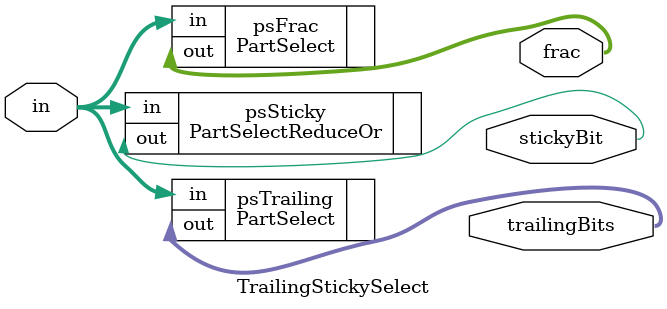
<source format=sv>


module TrailingStickySelect #(parameter IN_WIDTH=8,
                              parameter FRAC=8,
                              parameter TRAILING_BITS=2)
  (input [IN_WIDTH-1:0] in,
   output logic [FRAC-1:0] frac,
   output logic [TRAILING_BITS-1:0] trailingBits,
   output logic stickyBit);

  PartSelect #(.IN_WIDTH(IN_WIDTH),
               .START_IDX(IN_WIDTH-1),
               .OUT_WIDTH(FRAC))
  psFrac(.in(in),
         .out(frac));

  PartSelect #(.IN_WIDTH(IN_WIDTH),
               .START_IDX(IN_WIDTH-1-FRAC),
               .OUT_WIDTH(TRAILING_BITS))
  psTrailing(.in(in),
             .out(trailingBits));

  PartSelectReduceOr #(.IN_WIDTH(IN_WIDTH),
                       .START_IDX(IN_WIDTH-1-FRAC-TRAILING_BITS),
                       .END_IDX(0))
  psSticky(.in(in),
           .out(stickyBit));
endmodule

</source>
